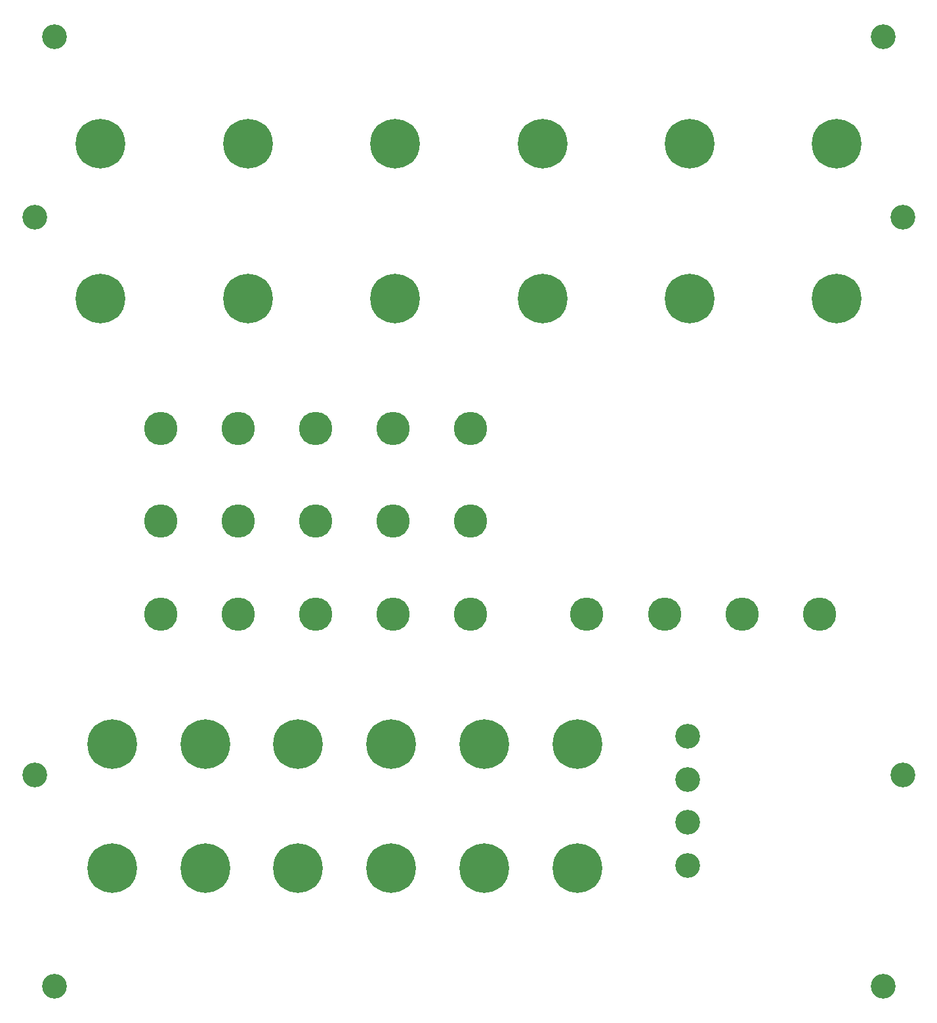
<source format=gbr>
%TF.GenerationSoftware,KiCad,Pcbnew,7.0.2*%
%TF.CreationDate,2025-02-19T16:58:47+00:00*%
%TF.ProjectId,dk2_04_panel,646b325f-3034-45f7-9061-6e656c2e6b69,rev?*%
%TF.SameCoordinates,Original*%
%TF.FileFunction,Soldermask,Bot*%
%TF.FilePolarity,Negative*%
%FSLAX46Y46*%
G04 Gerber Fmt 4.6, Leading zero omitted, Abs format (unit mm)*
G04 Created by KiCad (PCBNEW 7.0.2) date 2025-02-19 16:58:47*
%MOMM*%
%LPD*%
G01*
G04 APERTURE LIST*
%ADD10C,4.300000*%
%ADD11C,3.200000*%
%ADD12C,6.400000*%
G04 APERTURE END LIST*
D10*
%TO.C,H37*%
X105250000Y-99250000D03*
%TD*%
D11*
%TO.C,H4*%
X133450000Y-147250000D03*
%TD*%
D12*
%TO.C,H14*%
X94000000Y-116000000D03*
%TD*%
D10*
%TO.C,H35*%
X80250000Y-99250000D03*
%TD*%
D12*
%TO.C,H45*%
X127500000Y-38500000D03*
%TD*%
%TO.C,H41*%
X51500000Y-38500000D03*
%TD*%
%TO.C,H12*%
X70000000Y-116000000D03*
%TD*%
%TO.C,H20*%
X94000000Y-132000000D03*
%TD*%
%TO.C,H16*%
X46000000Y-132000000D03*
%TD*%
D10*
%TO.C,H23*%
X60250000Y-75250000D03*
%TD*%
D11*
%TO.C,H6*%
X136000000Y-48000000D03*
%TD*%
D12*
%TO.C,H18*%
X70000000Y-132000000D03*
%TD*%
%TO.C,H42*%
X70500000Y-38500000D03*
%TD*%
D11*
%TO.C,H54*%
X108250000Y-126100000D03*
%TD*%
%TO.C,H52*%
X108250000Y-115000000D03*
%TD*%
D12*
%TO.C,H9*%
X34000000Y-116000000D03*
%TD*%
D10*
%TO.C,H39*%
X125250000Y-99250000D03*
%TD*%
D12*
%TO.C,H17*%
X58000000Y-132000000D03*
%TD*%
%TO.C,H46*%
X32500000Y-58500000D03*
%TD*%
%TO.C,H47*%
X51500000Y-58500000D03*
%TD*%
D11*
%TO.C,H3*%
X26550000Y-147250000D03*
%TD*%
D12*
%TO.C,H11*%
X58000000Y-116000000D03*
%TD*%
D10*
%TO.C,H38*%
X115250000Y-99250000D03*
%TD*%
%TO.C,H33*%
X60250000Y-99250000D03*
%TD*%
D12*
%TO.C,H19*%
X82000000Y-132000000D03*
%TD*%
D10*
%TO.C,H31*%
X40250000Y-99250000D03*
%TD*%
D11*
%TO.C,H5*%
X24000000Y-48000000D03*
%TD*%
D12*
%TO.C,H15*%
X34000000Y-132000000D03*
%TD*%
D10*
%TO.C,H24*%
X70250000Y-75250000D03*
%TD*%
D12*
%TO.C,H48*%
X70500000Y-58500000D03*
%TD*%
%TO.C,H40*%
X32500000Y-38500000D03*
%TD*%
D11*
%TO.C,H7*%
X24000000Y-120000000D03*
%TD*%
D10*
%TO.C,H34*%
X70250000Y-99250000D03*
%TD*%
%TO.C,H28*%
X60250000Y-87250000D03*
%TD*%
D11*
%TO.C,H2*%
X133450000Y-24750000D03*
%TD*%
D12*
%TO.C,H51*%
X127500000Y-58500000D03*
%TD*%
D10*
%TO.C,H27*%
X50250000Y-87250000D03*
%TD*%
D12*
%TO.C,H43*%
X89500000Y-38500000D03*
%TD*%
%TO.C,H50*%
X108500000Y-58500000D03*
%TD*%
D10*
%TO.C,H25*%
X80250000Y-75250000D03*
%TD*%
D11*
%TO.C,H53*%
X108250000Y-120550000D03*
%TD*%
%TO.C,H8*%
X136000000Y-120000000D03*
%TD*%
D12*
%TO.C,H10*%
X46000000Y-116000000D03*
%TD*%
D10*
%TO.C,H32*%
X50250000Y-99250000D03*
%TD*%
%TO.C,H26*%
X40250000Y-87250000D03*
%TD*%
D12*
%TO.C,H13*%
X82000000Y-116000000D03*
%TD*%
D10*
%TO.C,H21*%
X40250000Y-75250000D03*
%TD*%
%TO.C,H30*%
X80250000Y-87250000D03*
%TD*%
D11*
%TO.C,H1*%
X26550000Y-24750000D03*
%TD*%
D10*
%TO.C,H22*%
X50250000Y-75250000D03*
%TD*%
D11*
%TO.C,H55*%
X108250000Y-131650000D03*
%TD*%
D10*
%TO.C,H36*%
X95250000Y-99250000D03*
%TD*%
D12*
%TO.C,H49*%
X89500000Y-58500000D03*
%TD*%
%TO.C,H44*%
X108500000Y-38500000D03*
%TD*%
D10*
%TO.C,H29*%
X70250000Y-87250000D03*
%TD*%
M02*

</source>
